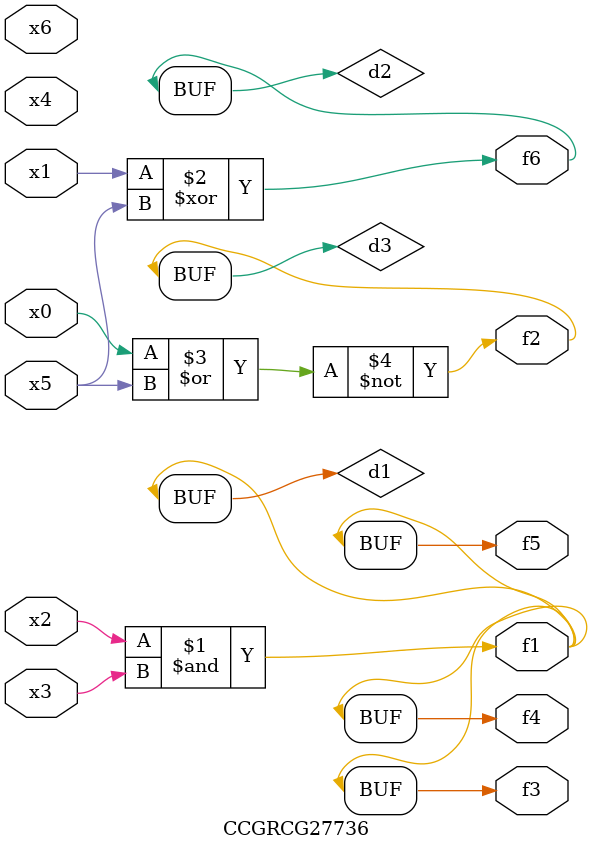
<source format=v>
module CCGRCG27736(
	input x0, x1, x2, x3, x4, x5, x6,
	output f1, f2, f3, f4, f5, f6
);

	wire d1, d2, d3;

	and (d1, x2, x3);
	xor (d2, x1, x5);
	nor (d3, x0, x5);
	assign f1 = d1;
	assign f2 = d3;
	assign f3 = d1;
	assign f4 = d1;
	assign f5 = d1;
	assign f6 = d2;
endmodule

</source>
